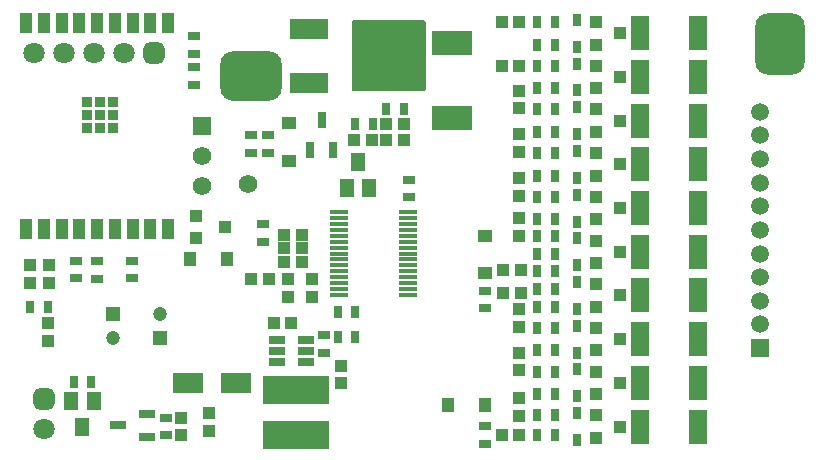
<source format=gbr>
%TF.GenerationSoftware,Altium Limited,Altium Designer,24.5.1 (21)*%
G04 Layer_Color=8388736*
%FSLAX45Y45*%
%MOMM*%
%TF.SameCoordinates,A56B3D6E-D5BE-476E-BB8E-EB53D717D8A4*%
%TF.FilePolarity,Negative*%
%TF.FileFunction,Soldermask,Top*%
%TF.Part,Single*%
G01*
G75*
%TA.AperFunction,SMDPad,CuDef*%
%ADD18R,2.60000X1.70000*%
%ADD32R,3.40000X2.10000*%
%TA.AperFunction,ComponentPad*%
%ADD39C,1.20000*%
%ADD40R,1.20000X1.20000*%
%ADD44C,1.57000*%
%ADD45R,1.57000X1.57000*%
%TA.AperFunction,SMDPad,CuDef*%
%ADD57R,1.15000X1.10000*%
%TA.AperFunction,BGAPad,CuDef*%
%ADD58R,0.90000X0.90000*%
%TA.AperFunction,ConnectorPad*%
%ADD59R,1.10000X1.70000*%
%TA.AperFunction,SMDPad,CuDef*%
%ADD60R,0.80000X1.10000*%
G04:AMPARAMS|DCode=61|XSize=1.6mm|YSize=0.4mm|CornerRadius=0.0995mm|HoleSize=0mm|Usage=FLASHONLY|Rotation=0.000|XOffset=0mm|YOffset=0mm|HoleType=Round|Shape=RoundedRectangle|*
%AMROUNDEDRECTD61*
21,1,1.60000,0.20100,0,0,0.0*
21,1,1.40100,0.40000,0,0,0.0*
1,1,0.19900,0.70050,-0.10050*
1,1,0.19900,-0.70050,-0.10050*
1,1,0.19900,-0.70050,0.10050*
1,1,0.19900,0.70050,0.10050*
%
%ADD61ROUNDEDRECTD61*%
%ADD62R,1.10000X0.80000*%
%ADD63R,1.00000X1.10000*%
%ADD64R,1.40000X0.80000*%
%ADD65R,5.69999X2.35000*%
%ADD66R,1.00000X1.00000*%
%ADD67R,1.00000X1.00000*%
%ADD68R,1.45000X0.80000*%
%ADD69R,3.19999X1.80000*%
%ADD70R,0.80000X1.40000*%
%ADD71R,1.20000X1.60000*%
%ADD72R,1.10000X1.00000*%
%ADD73R,0.70000X1.10000*%
%ADD74R,1.60000X2.85000*%
G04:AMPARAMS|DCode=75|XSize=4.2mm|YSize=5.2mm|CornerRadius=1.1mm|HoleSize=0mm|Usage=FLASHONLY|Rotation=0.000|XOffset=0mm|YOffset=0mm|HoleType=Round|Shape=RoundedRectangle|*
%AMROUNDEDRECTD75*
21,1,4.20000,3.00000,0,0,0.0*
21,1,2.00000,5.20000,0,0,0.0*
1,1,2.20000,1.00000,-1.50000*
1,1,2.20000,-1.00000,-1.50000*
1,1,2.20000,-1.00000,1.50000*
1,1,2.20000,1.00000,1.50000*
%
%ADD75ROUNDEDRECTD75*%
%ADD76R,1.10000X1.15000*%
G04:AMPARAMS|DCode=77|XSize=4.2mm|YSize=5.2mm|CornerRadius=1.1mm|HoleSize=0mm|Usage=FLASHONLY|Rotation=90.000|XOffset=0mm|YOffset=0mm|HoleType=Round|Shape=RoundedRectangle|*
%AMROUNDEDRECTD77*
21,1,4.20000,3.00000,0,0,90.0*
21,1,2.00000,5.20000,0,0,90.0*
1,1,2.20000,1.50000,1.00000*
1,1,2.20000,1.50000,-1.00000*
1,1,2.20000,-1.50000,-1.00000*
1,1,2.20000,-1.50000,1.00000*
%
%ADD77ROUNDEDRECTD77*%
%TA.AperFunction,ComponentPad*%
%ADD78C,1.80000*%
G04:AMPARAMS|DCode=79|XSize=1.8mm|YSize=1.8mm|CornerRadius=0.5mm|HoleSize=0mm|Usage=FLASHONLY|Rotation=180.000|XOffset=0mm|YOffset=0mm|HoleType=Round|Shape=RoundedRectangle|*
%AMROUNDEDRECTD79*
21,1,1.80000,0.80000,0,0,180.0*
21,1,0.80000,1.80000,0,0,180.0*
1,1,1.00000,-0.40000,0.40000*
1,1,1.00000,0.40000,0.40000*
1,1,1.00000,0.40000,-0.40000*
1,1,1.00000,-0.40000,-0.40000*
%
%ADD79ROUNDEDRECTD79*%
G04:AMPARAMS|DCode=80|XSize=1.8mm|YSize=1.8mm|CornerRadius=0.5mm|HoleSize=0mm|Usage=FLASHONLY|Rotation=270.000|XOffset=0mm|YOffset=0mm|HoleType=Round|Shape=RoundedRectangle|*
%AMROUNDEDRECTD80*
21,1,1.80000,0.80000,0,0,270.0*
21,1,0.80000,1.80000,0,0,270.0*
1,1,1.00000,-0.40000,-0.40000*
1,1,1.00000,-0.40000,0.40000*
1,1,1.00000,0.40000,0.40000*
1,1,1.00000,0.40000,-0.40000*
%
%ADD80ROUNDEDRECTD80*%
%ADD81R,1.50000X1.50000*%
%ADD82C,1.50000*%
G36*
X13631107Y9098428D02*
X13632393Y9098173D01*
X13633633Y9097751D01*
X13634810Y9097171D01*
X13635899Y9096443D01*
X13636885Y9095579D01*
X13637750Y9094593D01*
X13638478Y9093503D01*
X13639058Y9092328D01*
X13639479Y9091086D01*
X13639735Y9089801D01*
X13639821Y9088493D01*
Y8508494D01*
X13639735Y8507186D01*
X13639479Y8505900D01*
X13639058Y8504659D01*
X13638478Y8503483D01*
X13637750Y8502393D01*
X13636885Y8501408D01*
X13635899Y8500543D01*
X13634810Y8499815D01*
X13633633Y8499235D01*
X13632393Y8498814D01*
X13631107Y8498558D01*
X13629799Y8498472D01*
X13029799D01*
X13028491Y8498558D01*
X13027205Y8498814D01*
X13025964Y8499235D01*
X13024788Y8499815D01*
X13023698Y8500543D01*
X13022713Y8501408D01*
X13021848Y8502393D01*
X13021120Y8503483D01*
X13020540Y8504659D01*
X13020119Y8505900D01*
X13019862Y8507186D01*
X13019778Y8508494D01*
Y9088493D01*
X13019862Y9089801D01*
X13020119Y9091086D01*
X13020540Y9092328D01*
X13021120Y9093503D01*
X13021848Y9094593D01*
X13022713Y9095579D01*
X13023698Y9096443D01*
X13024788Y9097171D01*
X13025964Y9097751D01*
X13027205Y9098173D01*
X13028491Y9098428D01*
X13029799Y9098514D01*
X13629799D01*
X13631107Y9098428D01*
D02*
G37*
D18*
X12035000Y6030000D02*
D03*
X11625000D02*
D03*
D32*
X13860001Y8905000D02*
D03*
Y8275000D02*
D03*
D39*
X10995000Y6410000D02*
D03*
X11395000Y6610000D02*
D03*
D40*
X10995000D02*
D03*
X11395000Y6410000D02*
D03*
D44*
X12140000Y7710000D02*
D03*
X11750000Y7696000D02*
D03*
Y7950000D02*
D03*
D45*
Y8204000D02*
D03*
D57*
X14139999Y6957500D02*
D03*
X14139999Y7272500D02*
D03*
X12480000Y8227500D02*
D03*
X12480000Y7912500D02*
D03*
D58*
X10990000Y8410000D02*
D03*
Y8300000D02*
D03*
Y8190000D02*
D03*
X10880000D02*
D03*
X10770000D02*
D03*
Y8300000D02*
D03*
Y8410000D02*
D03*
X10880000D02*
D03*
Y8300000D02*
D03*
D59*
X10260000Y9079000D02*
D03*
X10410000D02*
D03*
X10560000D02*
D03*
X10710000D02*
D03*
X10860000D02*
D03*
X11010000D02*
D03*
X11160000D02*
D03*
X11310000D02*
D03*
X11460000D02*
D03*
Y7329000D02*
D03*
X11310000D02*
D03*
X11160000D02*
D03*
X11010000D02*
D03*
X10860000D02*
D03*
X10710000D02*
D03*
X10560000D02*
D03*
X10410000D02*
D03*
X10260000D02*
D03*
D60*
X12895000Y6630000D02*
D03*
X13045000D02*
D03*
Y6419999D02*
D03*
X12895000D02*
D03*
X10810000Y6040000D02*
D03*
X10660000D02*
D03*
X14735001Y8715000D02*
D03*
X14585001D02*
D03*
X14735001Y8895000D02*
D03*
X14585001D02*
D03*
X14735001Y9085000D02*
D03*
X14585001D02*
D03*
X14735001Y7275000D02*
D03*
X14585001D02*
D03*
X14735001Y6825000D02*
D03*
X14585001D02*
D03*
X14735001Y6975000D02*
D03*
X14585001D02*
D03*
X14735001Y7785000D02*
D03*
X14585001D02*
D03*
X14735001Y7605000D02*
D03*
X14585001D02*
D03*
X14735001Y7125000D02*
D03*
X14585001D02*
D03*
X14735001Y6675000D02*
D03*
X14585001D02*
D03*
X14735001Y7415000D02*
D03*
X14585001D02*
D03*
X14735001Y8525000D02*
D03*
X14585001D02*
D03*
X14735001Y8345000D02*
D03*
X14585001D02*
D03*
X14735001Y8155000D02*
D03*
X14585001D02*
D03*
X14735001Y7975000D02*
D03*
X14585001D02*
D03*
X14735001Y5585000D02*
D03*
X14585001D02*
D03*
X14735001Y6125000D02*
D03*
X14585001D02*
D03*
X14735001Y5755000D02*
D03*
X14585001D02*
D03*
X14735001Y5935000D02*
D03*
X14585001D02*
D03*
X14735001Y6495000D02*
D03*
X14585001D02*
D03*
X14735001Y6305000D02*
D03*
X14585001D02*
D03*
X10295000Y6670000D02*
D03*
X10445000D02*
D03*
X13455000Y8350000D02*
D03*
X13305000D02*
D03*
X13195000Y8220000D02*
D03*
X13045000D02*
D03*
D61*
X13489999Y7425000D02*
D03*
Y7375000D02*
D03*
Y7325000D02*
D03*
Y7275000D02*
D03*
Y7225000D02*
D03*
Y7175000D02*
D03*
Y7125000D02*
D03*
Y7075000D02*
D03*
Y7025000D02*
D03*
Y6975000D02*
D03*
Y6925000D02*
D03*
Y6875000D02*
D03*
Y6825000D02*
D03*
Y6775000D02*
D03*
X12910001D02*
D03*
Y6825000D02*
D03*
Y6875000D02*
D03*
Y6925000D02*
D03*
Y6975000D02*
D03*
Y7025000D02*
D03*
Y7075000D02*
D03*
Y7125000D02*
D03*
Y7175000D02*
D03*
Y7225000D02*
D03*
Y7275000D02*
D03*
Y7325000D02*
D03*
Y7375000D02*
D03*
Y7425000D02*
D03*
Y7475000D02*
D03*
X13489999D02*
D03*
D62*
X10682500Y6915000D02*
D03*
Y7065000D02*
D03*
X11440000Y5735000D02*
D03*
Y5585000D02*
D03*
X12780000Y6435000D02*
D03*
Y6284999D02*
D03*
X12310000Y7975000D02*
D03*
Y8125000D02*
D03*
X14139999Y6660000D02*
D03*
Y6810000D02*
D03*
X14140001Y5515000D02*
D03*
Y5665000D02*
D03*
X12160000Y8125000D02*
D03*
Y7975000D02*
D03*
X11680000Y8705000D02*
D03*
Y8555000D02*
D03*
Y8815000D02*
D03*
Y8965000D02*
D03*
X11152500Y6915000D02*
D03*
Y7065000D02*
D03*
X13500000Y7600000D02*
D03*
Y7750000D02*
D03*
X10857500Y6910000D02*
D03*
Y7060000D02*
D03*
X12260000Y7225000D02*
D03*
Y7375000D02*
D03*
D63*
X11940000Y7350000D02*
D03*
X11700000Y7255000D02*
D03*
Y7445000D02*
D03*
D64*
X11285000Y5575000D02*
D03*
Y5765000D02*
D03*
X11035000Y5670000D02*
D03*
D65*
X12540000Y5587499D02*
D03*
X12540005Y5972499D02*
D03*
D66*
X11810000Y5625000D02*
D03*
Y5775000D02*
D03*
X12920000Y6025000D02*
D03*
Y6175000D02*
D03*
X11569961Y5584989D02*
D03*
Y5734989D02*
D03*
X14430000Y7985000D02*
D03*
Y8135000D02*
D03*
Y7275000D02*
D03*
Y7425000D02*
D03*
Y8355000D02*
D03*
Y8505000D02*
D03*
Y7615000D02*
D03*
Y7765000D02*
D03*
Y5750000D02*
D03*
Y5900000D02*
D03*
Y6135000D02*
D03*
Y6285000D02*
D03*
Y6505000D02*
D03*
Y6655000D02*
D03*
X12475000Y6760000D02*
D03*
Y6910000D02*
D03*
X10450000Y6875000D02*
D03*
Y7025000D02*
D03*
X12675000Y6760000D02*
D03*
Y6910000D02*
D03*
X10440000Y6385000D02*
D03*
Y6535000D02*
D03*
X10290000Y6875000D02*
D03*
Y7025000D02*
D03*
D67*
X12505000Y6539999D02*
D03*
X12355000D02*
D03*
X14435001Y8710000D02*
D03*
X14285001D02*
D03*
X14435001Y9085000D02*
D03*
X14285001D02*
D03*
X14295001Y6990000D02*
D03*
X14445001D02*
D03*
X14445000Y6790000D02*
D03*
X14295000D02*
D03*
X14285001Y5590000D02*
D03*
X14435001D02*
D03*
X12445000Y7170000D02*
D03*
X12595000D02*
D03*
X12165000Y6910000D02*
D03*
X12315000D02*
D03*
X12445000Y7280000D02*
D03*
X12595000D02*
D03*
X12445000Y7050000D02*
D03*
X12595000D02*
D03*
X13305000Y8090000D02*
D03*
X13455000D02*
D03*
X13035001D02*
D03*
X13185001D02*
D03*
X13305000Y8220000D02*
D03*
X13455000D02*
D03*
D68*
X12380000Y6205000D02*
D03*
Y6300000D02*
D03*
Y6395000D02*
D03*
X12630000D02*
D03*
Y6300000D02*
D03*
Y6205000D02*
D03*
D69*
X12650094Y9026987D02*
D03*
X12650000Y8570000D02*
D03*
D70*
X12760000Y8255000D02*
D03*
X12855000Y8005000D02*
D03*
X12665000D02*
D03*
D71*
X10830000Y5880000D02*
D03*
X10735000Y5660000D02*
D03*
X10640000Y5880000D02*
D03*
X13164999Y7680000D02*
D03*
X13070000Y7900000D02*
D03*
X12975000Y7680000D02*
D03*
D72*
X15285001Y7880000D02*
D03*
X15085001Y7785000D02*
D03*
Y7975000D02*
D03*
X15285001Y8250000D02*
D03*
X15085001Y8155000D02*
D03*
Y8345000D02*
D03*
X15285001Y8990000D02*
D03*
X15085001Y8895000D02*
D03*
Y9085000D02*
D03*
X15285001Y8620000D02*
D03*
X15085001Y8525000D02*
D03*
Y8715000D02*
D03*
X15285001Y7510000D02*
D03*
X15085001Y7415000D02*
D03*
Y7605000D02*
D03*
X15285001Y6030000D02*
D03*
X15085001Y5935000D02*
D03*
Y6125000D02*
D03*
X15285001Y5660000D02*
D03*
X15085001Y5565000D02*
D03*
Y5755000D02*
D03*
X15285001Y7140000D02*
D03*
X15085001Y7045000D02*
D03*
Y7235000D02*
D03*
X15285001Y6770000D02*
D03*
X15085001Y6675000D02*
D03*
Y6865000D02*
D03*
X15285001Y6400000D02*
D03*
X15085001Y6305000D02*
D03*
Y6495000D02*
D03*
D73*
X14920001Y7993700D02*
D03*
Y7766300D02*
D03*
Y8733700D02*
D03*
Y8506300D02*
D03*
Y9103700D02*
D03*
Y8876300D02*
D03*
Y7623700D02*
D03*
Y7396300D02*
D03*
Y8363700D02*
D03*
Y8136300D02*
D03*
X14920001Y5773700D02*
D03*
Y5546300D02*
D03*
X14920001Y7253700D02*
D03*
Y7026300D02*
D03*
Y6883700D02*
D03*
Y6656300D02*
D03*
Y6143700D02*
D03*
Y5916300D02*
D03*
Y6513700D02*
D03*
Y6286300D02*
D03*
D74*
X15947501Y5660000D02*
D03*
X15452501D02*
D03*
X15947501Y6030000D02*
D03*
X15452501D02*
D03*
Y8620000D02*
D03*
X15947501D02*
D03*
Y8990000D02*
D03*
X15452501D02*
D03*
X15947501Y6400000D02*
D03*
X15452501D02*
D03*
X15947501Y6770000D02*
D03*
X15452501D02*
D03*
X15947501Y7140000D02*
D03*
X15452501D02*
D03*
X15947501Y7510000D02*
D03*
X15452501D02*
D03*
X15947501Y7880000D02*
D03*
X15452501D02*
D03*
X15947501Y8250000D02*
D03*
X15452501D02*
D03*
D75*
X16639999Y8900000D02*
D03*
D76*
X11645000Y7080000D02*
D03*
X11960000Y7080000D02*
D03*
X14147501Y5840000D02*
D03*
X13832500Y5840000D02*
D03*
D77*
X12160000Y8630000D02*
D03*
D78*
X10328000Y8820000D02*
D03*
X10582000D02*
D03*
X11090000D02*
D03*
X10836000D02*
D03*
X10410000Y5643000D02*
D03*
D79*
X11344000Y8820000D02*
D03*
D80*
X10410000Y5897000D02*
D03*
D81*
X16470001Y6325000D02*
D03*
D82*
Y6525000D02*
D03*
Y6725000D02*
D03*
Y6925000D02*
D03*
Y7125000D02*
D03*
Y7325000D02*
D03*
Y7525000D02*
D03*
Y7725000D02*
D03*
Y7925000D02*
D03*
Y8125000D02*
D03*
Y8325000D02*
D03*
%TF.MD5,59438c01f055f411c7aa12d474a07188*%
M02*

</source>
